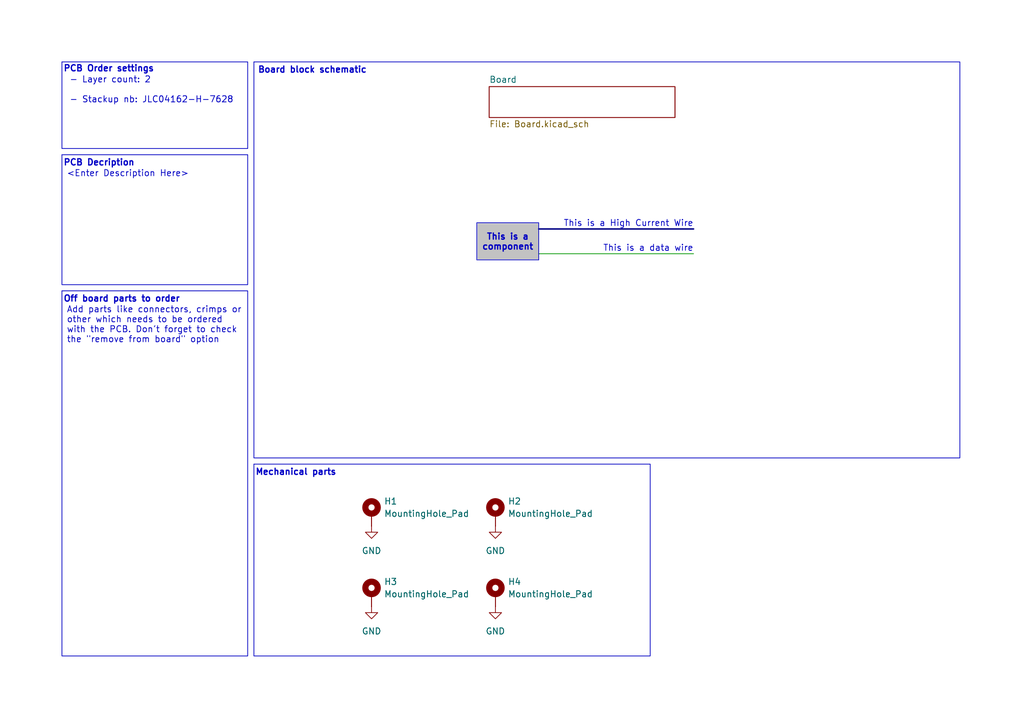
<source format=kicad_sch>
(kicad_sch (version 20231120) (generator "eeschema") (generator_version "8.0")
  (paper "A5")
  (title_block (title "${PROJECTNAME}") (date "2025-02-08") (rev "${REVISION}") (company "${GROUP_NAME}") (comment 1 "${AUTHOR}"))
  (lib_symbols
    (symbol "RoverLibrary:MountingHole_Pad" (pin_numbers hide) (pin_names (offset 1.016) hide) (exclude_from_sim yes) (in_bom no)
      (property "Reference" "H" (at 0 6.35 0))
      (property "Value" "MountingHole_Pad" (at 0 4.445 0))
      (symbol "MountingHole_Pad_0_1"
        (circle (center 0 1.27) (radius 1.27) (stroke (width 1.27)))
      )
      (symbol "MountingHole_Pad_1_1"
        (pin input line (at 0 -2.54 90) (length 2.54) (name "1") (number "1"))
      )
    )
    (symbol "power:GND" (power) (pin_numbers hide) (pin_names (offset 0) hide)
      (property "Value" "GND" (at 0 -3.81 0))
      (symbol "GND_0_1"
        (polyline (pts (xy 0 0) (xy 0 -1.27) (xy 1.27 -1.27) (xy 0 -2.54) (xy -1.27 -1.27) (xy 0 -1.27)))
      )
      (symbol "GND_1_1"
        (pin power_in line (at 0 0 270) (length 0) (name "~") (number "1"))
      )
    )
  )
  (bus (pts (xy 110.49 46.99) (xy 142.24 46.99)))
  (wire (pts (xy 110.49 52.07) (xy 142.24 52.07)))
  (rectangle (start 52.07 12.7) (end 196.85 93.98))
  (rectangle (start 12.7 12.7) (end 50.8 30.48))
  (rectangle (start 52.07 95.25) (end 133.35 134.62))
  (text_box "\n<Enter Description Here>\n" (at 12.7 31.75 0) (size 38.1 26.67) (effects (font (size 1.27 1.27)) (justify left top)))
  (text_box "\nAdd parts like connectors, crimps or other which needs to be ordered with the PCB. Don't forget to check the \"remove from board\" option\n" (at 12.7 59.69 0) (size 38.1 74.93) (effects (font (size 1.27 1.27)) (justify left top)))
  (text_box "This is a component" (exclude_from_sim yes) (at 97.79 45.72 0) (size 12.7 7.62) (fill (type color) (color 194 194 194 1)) (effects (font (size 1.27 1.27) (thickness 0.254) (bold yes))))
  (text "Off board parts to order" (at 12.954 61.468 0) (effects (font (size 1.27 1.27) (thickness 0.254) (bold yes)) (justify left)))
  (text "Mechanical parts" (at 52.324 97.028 0) (effects (font (size 1.27 1.27) (thickness 0.254) (bold yes)) (justify left)))
  (text "- Layer count: 2\n\n- Stackup nb: JLC04162-H-7628\n" (at 14.224 15.748 0) (effects (font (size 1.27 1.27) (thickness 0.1588)) (justify left top)))
  (text "This is a data wire" (at 142.24 51.054 0) (effects (font (size 1.27 1.27)) (justify right)))
  (text "PCB Decription" (at 12.954 33.528 0) (effects (font (size 1.27 1.27) (thickness 0.254) (bold yes)) (justify left)))
  (text "Board block schematic" (at 52.832 14.478 0) (effects (font (size 1.27 1.27) (thickness 0.254) (bold yes)) (justify left)))
  (text "This is a High Current Wire" (at 142.24 45.974 0) (effects (font (size 1.27 1.27)) (justify right)))
  (text "PCB Order settings" (at 12.954 14.224 0) (effects (font (size 1.27 1.27) (thickness 0.254) (bold yes)) (justify left)))
  (symbol (lib_id "RoverLibrary:MountingHole_Pad") (at 76.2 121.92 0) (unit 1) (exclude_from_sim yes) (in_bom no)
    (property "Reference" "H3" (at 78.74 119.3799 0) (effects (justify left)))
    (property "Value" "MountingHole_Pad" (at 78.74 121.9199 0) (effects (justify left)))
    (property "Footprint" "MountingHole:MountingHole_3.2mm_M3_DIN965_Pad_TopBottom" (effects (hide yes)))
    (property "Description" "Mounting Hole with connection" (effects (hide yes)))
  )
  (symbol (lib_id "RoverLibrary:MountingHole_Pad") (at 76.2 105.41 0) (unit 1) (exclude_from_sim yes) (in_bom no)
    (property "Reference" "H1" (at 78.74 102.8699 0) (effects (justify left)))
    (property "Value" "MountingHole_Pad" (at 78.74 105.4099 0) (effects (justify left)))
    (property "Footprint" "MountingHole:MountingHole_3.2mm_M3_DIN965_Pad_TopBottom" (effects (hide yes)))
    (property "Description" "Mounting Hole with connection" (effects (hide yes)))
  )
  (symbol (lib_id "RoverLibrary:MountingHole_Pad") (at 101.6 105.41 0) (unit 1) (exclude_from_sim yes) (in_bom no)
    (property "Reference" "H2" (at 104.14 102.8699 0) (effects (justify left)))
    (property "Value" "MountingHole_Pad" (at 104.14 105.4099 0) (effects (justify left)))
    (property "Footprint" "MountingHole:MountingHole_3.2mm_M3_DIN965_Pad_TopBottom" (effects (hide yes)))
    (property "Description" "Mounting Hole with connection" (effects (hide yes)))
  )
  (symbol (lib_id "power:GND") (at 76.2 107.95 0) (unit 1)
    (property "Reference" "#PWR015" (effects (hide yes)))
    (property "Value" "GND" (at 76.2 113.03 0))
    (property "Description" "Power symbol creates a global label with name \"GND\" , ground" (effects (hide yes)))
  )
  (symbol (lib_id "RoverLibrary:MountingHole_Pad") (at 101.6 121.92 0) (unit 1) (exclude_from_sim yes) (in_bom no)
    (property "Reference" "H4" (at 104.14 119.3799 0) (effects (justify left)))
    (property "Value" "MountingHole_Pad" (at 104.14 121.9199 0) (effects (justify left)))
    (property "Footprint" "MountingHole:MountingHole_3.2mm_M3_DIN965_Pad_TopBottom" (effects (hide yes)))
    (property "Description" "Mounting Hole with connection" (effects (hide yes)))
  )
  (symbol (lib_id "power:GND") (at 101.6 107.95 0) (unit 1)
    (property "Reference" "#PWR016" (effects (hide yes)))
    (property "Value" "GND" (at 101.6 113.03 0))
    (property "Description" "Power symbol creates a global label with name \"GND\" , ground" (effects (hide yes)))
  )
  (symbol (lib_id "power:GND") (at 76.2 124.46 0) (unit 1)
    (property "Reference" "#PWR028" (effects (hide yes)))
    (property "Value" "GND" (at 76.2 129.54 0))
    (property "Description" "Power symbol creates a global label with name \"GND\" , ground" (effects (hide yes)))
  )
  (symbol (lib_id "power:GND") (at 101.6 124.46 0) (unit 1)
    (property "Reference" "#PWR025" (effects (hide yes)))
    (property "Value" "GND" (at 101.6 129.54 0))
    (property "Description" "Power symbol creates a global label with name \"GND\" , ground" (effects (hide yes)))
  )
  (sheet (at 100.33 17.78) (size 38.1 6.35) (stroke (width 0.1524))
    (property "Sheetname" "Board" (at 100.33 17.0684 0) (effects (justify left bottom)))
    (property "Sheetfile" "Board.kicad_sch" (at 100.33 24.7146 0) (effects (justify left top)))
  )
)
</source>
